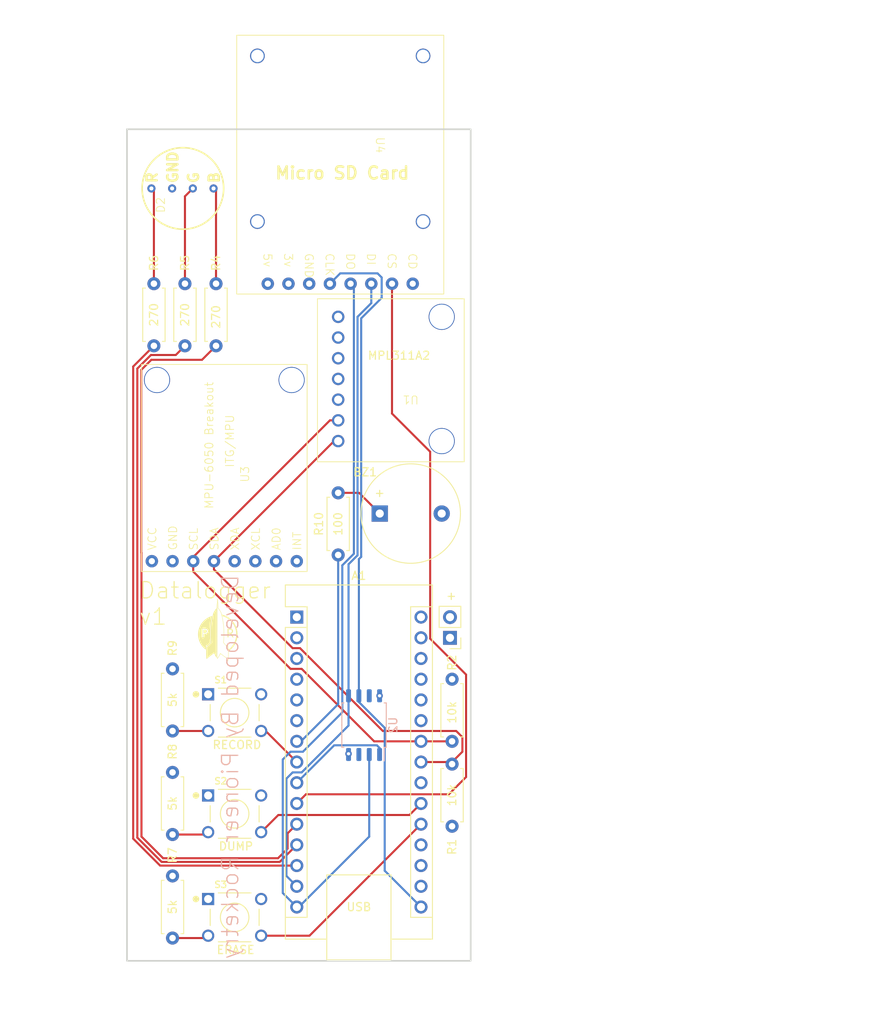
<source format=kicad_pcb>
(kicad_pcb (version 20221018) (generator pcbnew)
  (layers (0 "F.Cu" signal) (1 "In1.Cu" signal) (2 "In2.Cu" signal) (31 "B.Cu" signal) (34 "B.Paste" user) (35 "F.Paste" user) (36 "B.SilkS" user "B.Silkscreen") (37 "F.SilkS" user "F.Silkscreen") (38 "B.Mask" user) (39 "F.Mask" user) (44 "Edge.Cuts" user))
  (net 0 "")
  (net 4 "GND")
  (net 7 "Net-(A1-D4)")
  (net 8 "RECORD_BTN")
  (net 9 "FLASH_CS")
  (net 10 "SD_CS")
  (net 11 "RGB-B")
  (net 12 "RGB-G")
  (net 13 "RGB-R")
  (net 14 "DI")
  (net 15 "DO")
  (net 16 "CLK")
  (net 17 "+3V3")
  (net 20 "ERASE_BTN")
  (net 21 "DUMP_BTN")
  (net 23 "SDA")
  (net 24 "SCL")
  (net 27 "+5V")
  (net 29 "Net-(A1-VIN)")
  (net 30 "Net-(BZ1--)")
  (net 31 "Net-(D2-BA)")
  (net 32 "Net-(D2-GA)")
  (net 33 "Net-(D2-RA)")
  (net 34 "Net-(R7-Pad2)")
  (net 35 "Net-(R8-Pad2)")
  (net 36 "Net-(R9-Pad2)")
  (footprint "Resistor_THT:R_Axial_DIN0207_L6.3mm_D2.5mm_P7.62mm_Horizontal" (layer "F.Cu") (at 82.804 61.976 90)
    (fp_text reference "R4" (at 10.16 0 90) (layer "F.SilkS"))
    (fp_text value "270" (at 3.556 0 90) (layer "F.SilkS"))
    (pad "1" thru_hole circle (at 0 0 90) (size 1.6 1.6) (drill 0.8) (layers "*.Cu" "*.Mask") (net 11 "RGB-B"))
    (pad "2" thru_hole oval (at 7.62 0 90) (size 1.6 1.6) (drill 0.8) (layers "*.Cu" "*.Mask") (net 31 "Net-(D2-BA)"))
  )
  (footprint "Resistor_THT:R_Axial_DIN0207_L6.3mm_D2.5mm_P7.62mm_Horizontal" (layer "F.Cu") (at 78.994 61.976 90)
    (fp_text reference "R5" (at 10.16 0 90) (layer "F.SilkS"))
    (fp_text value "270" (at 3.81 0 90) (layer "F.SilkS"))
    (pad "1" thru_hole circle (at 0 0 90) (size 1.6 1.6) (drill 0.8) (layers "*.Cu" "*.Mask") (net 12 "RGB-G"))
    (pad "2" thru_hole oval (at 7.62 0 90) (size 1.6 1.6) (drill 0.8) (layers "*.Cu" "*.Mask") (net 32 "Net-(D2-GA)"))
  )
  (footprint "Push Button:SW_FSM8JH" (layer "F.Cu") (at 85.09 132.08)
    (fp_text reference "S3" (at -1.71258 -4.01401) (layer "F.SilkS") (effects (font (size 0.801197 0.801197))))
    (fp_text value "FSM8JH")
    (pad "1" thru_hole rect (at -3.25 -2.25) (size 1.498 1.498) (drill 0.99) (layers "*.Cu" "*.Mask") (net 27 "+5V"))
    (pad "2" thru_hole circle (at -3.25 2.25) (size 1.498 1.498) (drill 0.99) (layers "*.Cu" "*.Mask") (net 34 "Net-(R7-Pad2)"))
    (pad "3" thru_hole circle (at 3.25 -2.25) (size 1.498 1.498) (drill 0.99) (layers "*.Cu" "*.Mask"))
    (pad "4" thru_hole circle (at 3.25 2.25) (size 1.498 1.498) (drill 0.99) (layers "*.Cu" "*.Mask") (net 20 "ERASE_BTN"))
  )
  (footprint "Resistor_THT:R_Axial_DIN0207_L6.3mm_D2.5mm_P7.62mm_Horizontal" (layer "F.Cu") (at 77.47 101.6 -90)
    (fp_text reference "R9" (at -2.54 0 90) (layer "F.SilkS"))
    (fp_text value "5k" (at 3.81 0 90) (layer "F.SilkS"))
    (pad "1" thru_hole circle (at 0 0 270) (size 1.6 1.6) (drill 0.8) (layers "*.Cu" "*.Mask") (net 4 "GND"))
    (pad "2" thru_hole oval (at 7.62 0 270) (size 1.6 1.6) (drill 0.8) (layers "*.Cu" "*.Mask") (net 36 "Net-(R9-Pad2)"))
  )
  (footprint "Breakout Boards:RGB_LED" (layer "F.Cu") (at 74.8792 42.672 90)
    (fp_text reference "D2" (at -2.032 1.143 90 unlocked) (layer "F.SilkS") (effects (font (thickness 0.1))))
    (fp_text value "LED_RKGB")
    (fp_text user "B" (at 0.508 8.4328 90 unlocked) (layer "F.SilkS") (effects (font (size 1.25 1.25) (thickness 0.3) bold) (justify left bottom)))
    (fp_text user "R" (at 0.508 0.8128 90 unlocked) (layer "F.SilkS") (effects (font (size 1.25 1.25) (thickness 0.3) bold) (justify left bottom)))
    (fp_text user "GND" (at 0.508 3.3528 90 unlocked) (layer "F.SilkS") (effects (font (size 1.25 1.25) (thickness 0.3) bold) (justify left bottom)))
    (fp_text user "G" (at 0.508 5.8928 90 unlocked) (layer "F.SilkS") (effects (font (size 1.25 1.25) (thickness 0.3) bold) (justify left bottom)))
    (pad "1" thru_hole circle (at 0 0 90) (size 1 1) (drill 0.5) (layers "*.Cu" "*.Mask") (net 33 "Net-(D2-RA)"))
    (pad "2" thru_hole circle (at 0 2.54 90) (size 1 1) (drill 0.5) (layers "*.Cu" "*.Mask") (net 4 "GND"))
    (pad "3" thru_hole circle (at 0 5.08 90) (size 1 1) (drill 0.5) (layers "*.Cu" "*.Mask") (net 32 "Net-(D2-GA)"))
    (pad "4" thru_hole circle (at 0 7.62 90) (size 1 1) (drill 0.5) (layers "*.Cu" "*.Mask") (net 31 "Net-(D2-BA)"))
  )
  (footprint "Breakout Boards:Logo" (layer "F.Cu") (at 82.931 96.647)
    (fp_text reference "G***" hide)
    (fp_text value "LOGO" hide)
  )
  (footprint "Breakout Boards:MPL3115A2" (layer "F.Cu") (at 95.25 76.2 180)
    (fp_text reference "U1" (at -11.43 7.62 180 unlocked) (layer "F.SilkS") (effects (font (thickness 0.1))))
    (fp_text value "~")
    (pad "1" thru_hole circle (at -2.54 2.54 180) (size 1.524 1.524) (drill 1) (layers "*.Cu" "*.Mask") (net 23 "SDA"))
    (pad "2" thru_hole circle (at -2.54 5.08 180) (size 1.524 1.524) (drill 1) (layers "*.Cu" "*.Mask") (net 24 "SCL"))
    (pad "3" thru_hole circle (at -2.54 7.62 180) (size 1.524 1.524) (drill 1) (layers "*.Cu" "*.Mask"))
    (pad "4" thru_hole circle (at -2.54 10.16 180) (size 1.524 1.524) (drill 1) (layers "*.Cu" "*.Mask"))
    (pad "5" thru_hole circle (at -2.54 12.7 180) (size 1.524 1.524) (drill 1) (layers "*.Cu" "*.Mask"))
    (pad "6" thru_hole circle (at -2.54 15.24 180) (size 1.524 1.524) (drill 1) (layers "*.Cu" "*.Mask") (net 4 "GND"))
    (pad "7" thru_hole circle (at -2.54 17.78 180) (size 1.524 1.524) (drill 1) (layers "*.Cu" "*.Mask") (net 27 "+5V"))
    (pad "8" thru_hole circle (at -15.24 2.54 180) (size 3.2 3.2) (drill 3) (layers "*.Cu" "*.Mask"))
    (pad "9" thru_hole circle (at -15.24 17.78 180) (size 3.2 3.2) (drill 3) (layers "*.Cu" "*.Mask"))
  )
  (footprint "Connector_PinHeader_2.54mm:PinHeader_1x02_P2.54mm_Vertical" (layer "F.Cu") (at 111.506 97.795 180)
    (fp_text reference "J1" hide)
    (fp_text value "Conn_01x02_Pin")
    (pad "1" thru_hole rect (at 0 0 180) (size 1.7 1.7) (drill 1) (layers "*.Cu" "*.Mask") (net 4 "GND"))
    (pad "2" thru_hole oval (at 0 2.54 180) (size 1.7 1.7) (drill 1) (layers "*.Cu" "*.Mask") (net 29 "Net-(A1-VIN)"))
  )
  (footprint "Resistor_THT:R_Axial_DIN0207_L6.3mm_D2.5mm_P7.62mm_Horizontal" (layer "F.Cu") (at 111.76 102.87 -90)
    (fp_text reference "R2" (at -2.032 0 90) (layer "F.SilkS"))
    (fp_text value "10k" (at 4.064 0 90) (layer "F.SilkS"))
    (pad "1" thru_hole circle (at 0 0 270) (size 1.6 1.6) (drill 0.8) (layers "*.Cu" "*.Mask") (net 27 "+5V"))
    (pad "2" thru_hole oval (at 7.62 0 270) (size 1.6 1.6) (drill 0.8) (layers "*.Cu" "*.Mask") (net 24 "SCL"))
  )
  (footprint "Breakout Boards:Adafruit Micro-SD Breakout Board+" (layer "F.Cu") (at 106.934 54.356 -90)
    (fp_text reference "U4" (at -17 4 -90 unlocked) (layer "F.SilkS") (effects (font (thickness 0.1))))
    (fp_text value "~")
    (fp_text user "5v" (at -3.81 18.39 -90 unlocked) (layer "F.SilkS") (effects (font (thickness 0.1)) (justify left bottom)))
    (fp_text user "CLK" (at -3.81 10.77 -90 unlocked) (layer "F.SilkS") (effects (font (thickness 0.1)) (justify left bottom)))
    (fp_text user "DI" (at -3.81 5.69 -90 unlocked) (layer "F.SilkS") (effects (font (thickness 0.1)) (justify left bottom)))
    (fp_text user "3v" (at -3.81 15.85 -90 unlocked) (layer "F.SilkS") (effects (font (thickness 0.1)) (justify left bottom)))
    (fp_text user "DO" (at -3.81 8.23 -90 unlocked) (layer "F.SilkS") (effects (font (thickness 0.1)) (justify left bottom)))
    (fp_text user "CS" (at -3.81 3.15 -90 unlocked) (layer "F.SilkS") (effects (font (thickness 0.1)) (justify left bottom)))
    (fp_text user "CD" (at -3.81 0.61 -90 unlocked) (layer "F.SilkS") (effects (font (thickness 0.1)) (justify left bottom)))
    (fp_text user "GND" (at -3.81 13.31 -90 unlocked) (layer "F.SilkS") (effects (font (thickness 0.1)) (justify left bottom)))
    (pad "1" thru_hole circle (at 0 0 270) (size 1.524 1.524) (drill 0.762) (layers "*.Cu" "*.Mask"))
    (pad "2" thru_hole circle (at 0 2.54 270) (size 1.524 1.524) (drill 0.762) (layers "*.Cu" "*.Mask") (net 10 "SD_CS"))
    (pad "3" thru_hole circle (at 0 5.08 270) (size 1.524 1.524) (drill 0.762) (layers "*.Cu" "*.Mask") (net 14 "DI"))
    (pad "4" thru_hole circle (at 0 7.62 270) (size 1.524 1.524) (drill 0.762) (layers "*.Cu" "*.Mask") (net 15 "DO"))
    (pad "5" thru_hole circle (at 0 10.16 270) (size 1.524 1.524) (drill 0.762) (layers "*.Cu" "*.Mask") (net 16 "CLK"))
    (pad "6" thru_hole circle (at 0 12.7 270) (size 1.524 1.524) (drill 0.762) (layers "*.Cu" "*.Mask") (net 4 "GND"))
    (pad "7" thru_hole circle (at 0 15.24 270) (size 1.524 1.524) (drill 0.762) (layers "*.Cu" "*.Mask") (net 17 "+3V3"))
    (pad "8" thru_hole circle (at 0 17.78 270) (size 1.524 1.524) (drill 0.762) (layers "*.Cu" "*.Mask"))
    (pad "9" thru_hole circle (at -27.94 -1.27 270) (size 1.8 1.8) (drill 1.524) (layers "*.Cu" "*.Mask"))
    (pad "9" thru_hole circle (at -27.94 19.05 270) (size 1.8 1.8) (drill 1.524) (layers "*.Cu" "*.Mask"))
    (pad "9" thru_hole circle (at -7.62 -1.27 270) (size 1.8 1.8) (drill 1.524) (layers "*.Cu" "*.Mask"))
    (pad "9" thru_hole circle (at -7.62 19.05 270) (size 1.8 1.8) (drill 1.524) (layers "*.Cu" "*.Mask"))
  )
  (footprint "Module:Arduino_Nano" (layer "F.Cu") (at 92.71 95.25)
    (fp_text reference "A1" (at 7.62 -5.08) (layer "F.SilkS"))
    (fp_text value "Arduino_Nano_v3.x")
    (fp_text user "USB" (at 7.62 35.56 unlocked) (layer "F.SilkS"))
    (pad "1" thru_hole rect (at 0 0) (size 1.6 1.6) (drill 1) (layers "*.Cu" "*.Mask"))
    (pad "2" thru_hole oval (at 0 2.54) (size 1.6 1.6) (drill 1) (layers "*.Cu" "*.Mask"))
    (pad "3" thru_hole oval (at 0 5.08) (size 1.6 1.6) (drill 1) (layers "*.Cu" "*.Mask"))
    (pad "4" thru_hole oval (at 0 7.62) (size 1.6 1.6) (drill 1) (layers "*.Cu" "*.Mask") (net 4 "GND"))
    (pad "5" thru_hole oval (at 0 10.16) (size 1.6 1.6) (drill 1) (layers "*.Cu" "*.Mask"))
    (pad "6" thru_hole oval (at 0 12.7) (size 1.6 1.6) (drill 1) (layers "*.Cu" "*.Mask"))
    (pad "7" thru_hole oval (at 0 15.24) (size 1.6 1.6) (drill 1) (layers "*.Cu" "*.Mask") (net 7 "Net-(A1-D4)"))
    (pad "8" thru_hole oval (at 0 17.78) (size 1.6 1.6) (drill 1) (layers "*.Cu" "*.Mask") (net 8 "RECORD_BTN"))
    (pad "9" thru_hole oval (at 0 20.32) (size 1.6 1.6) (drill 1) (layers "*.Cu" "*.Mask") (net 9 "FLASH_CS"))
    (pad "10" thru_hole oval (at 0 22.86) (size 1.6 1.6) (drill 1) (layers "*.Cu" "*.Mask") (net 10 "SD_CS"))
    (pad "11" thru_hole oval (at 0 25.4) (size 1.6 1.6) (drill 1) (layers "*.Cu" "*.Mask") (net 11 "RGB-B"))
    (pad "12" thru_hole oval (at 0 27.94) (size 1.6 1.6) (drill 1) (layers "*.Cu" "*.Mask") (net 12 "RGB-G"))
    (pad "13" thru_hole oval (at 0 30.48) (size 1.6 1.6) (drill 1) (layers "*.Cu" "*.Mask") (net 13 "RGB-R"))
    (pad "14" thru_hole oval (at 0 33.02) (size 1.6 1.6) (drill 1) (layers "*.Cu" "*.Mask") (net 14 "DI"))
    (pad "15" thru_hole oval (at 0 35.56) (size 1.6 1.6) (drill 1) (layers "*.Cu" "*.Mask") (net 15 "DO"))
    (pad "16" thru_hole oval (at 15.24 35.56) (size 1.6 1.6) (drill 1) (layers "*.Cu" "*.Mask") (net 16 "CLK"))
    (pad "17" thru_hole oval (at 15.24 33.02) (size 1.6 1.6) (drill 1) (layers "*.Cu" "*.Mask") (net 17 "+3V3"))
    (pad "18" thru_hole oval (at 15.24 30.48) (size 1.6 1.6) (drill 1) (layers "*.Cu" "*.Mask"))
    (pad "19" thru_hole oval (at 15.24 27.94) (size 1.6 1.6) (drill 1) (layers "*.Cu" "*.Mask"))
    (pad "20" thru_hole oval (at 15.24 25.4) (size 1.6 1.6) (drill 1) (layers "*.Cu" "*.Mask") (net 20 "ERASE_BTN"))
    (pad "21" thru_hole oval (at 15.24 22.86) (size 1.6 1.6) (drill 1) (layers "*.Cu" "*.Mask") (net 21 "DUMP_BTN"))
    (pad "22" thru_hole oval (at 15.24 20.32) (size 1.6 1.6) (drill 1) (layers "*.Cu" "*.Mask"))
    (pad "23" thru_hole oval (at 15.24 17.78) (size 1.6 1.6) (drill 1) (layers "*.Cu" "*.Mask") (net 23 "SDA"))
    (pad "24" thru_hole oval (at 15.24 15.24) (size 1.6 1.6) (drill 1) (layers "*.Cu" "*.Mask") (net 24 "SCL"))
    (pad "25" thru_hole oval (at 15.24 12.7) (size 1.6 1.6) (drill 1) (layers "*.Cu" "*.Mask"))
    (pad "26" thru_hole oval (at 15.24 10.16) (size 1.6 1.6) (drill 1) (layers "*.Cu" "*.Mask"))
    (pad "27" thru_hole oval (at 15.24 7.62) (size 1.6 1.6) (drill 1) (layers "*.Cu" "*.Mask") (net 27 "+5V"))
    (pad "28" thru_hole oval (at 15.24 5.08) (size 1.6 1.6) (drill 1) (layers "*.Cu" "*.Mask"))
    (pad "29" thru_hole oval (at 15.24 2.54) (size 1.6 1.6) (drill 1) (layers "*.Cu" "*.Mask") (net 4 "GND"))
    (pad "30" thru_hole oval (at 15.24 0) (size 1.6 1.6) (drill 1) (layers "*.Cu" "*.Mask") (net 29 "Net-(A1-VIN)"))
  )
  (footprint "Resistor_THT:R_Axial_DIN0207_L6.3mm_D2.5mm_P7.62mm_Horizontal" (layer "F.Cu") (at 77.47 114.3 -90)
    (fp_text reference "R8" (at -2.54 0 90) (layer "F.SilkS"))
    (fp_text value "5k" (at 3.81 0 90) (layer "F.SilkS"))
    (pad "1" thru_hole circle (at 0 0 270) (size 1.6 1.6) (drill 0.8) (layers "*.Cu" "*.Mask") (net 4 "GND"))
    (pad "2" thru_hole oval (at 7.62 0 270) (size 1.6 1.6) (drill 0.8) (layers "*.Cu" "*.Mask") (net 35 "Net-(R8-Pad2)"))
  )
  (footprint "Datalogging Breakout:MPU-6050 Breakout" (layer "F.Cu") (at 67.31 78.232 90)
    (fp_text reference "U3" (at 0.508 19.05 90 unlocked) (layer "F.SilkS") (effects (font (thickness 0.1))))
    (fp_text value "~")
    (fp_text user "VCC" (at -8.89 8.255 90 unlocked) (layer "F.SilkS") (effects (font (thickness 0.1)) (justify left bottom)))
    (fp_text user "SCL" (at -8.89 13.335 90 unlocked) (layer "F.SilkS") (effects (font (thickness 0.1)) (justify left bottom)))
    (fp_text user "XCL" (at -8.89 20.955 90 unlocked) (layer "F.SilkS") (effects (font (thickness 0.1)) (justify left bottom)))
    (fp_text user "AD0" (at -8.89 23.495 90 unlocked) (layer "F.SilkS") (effects (font (thickness 0.1)) (justify left bottom)))
    (fp_text user "MPU-6050 Breakout" (at -3.81 15.24 90 unlocked) (layer "F.SilkS") (effects (font (thickness 0.1)) (justify left bottom)))
    (fp_text user "INT" (at -8.89 26.035 90 unlocked) (layer "F.SilkS") (effects (font (thickness 0.1)) (justify left bottom)))
    (fp_text user "GND" (at -8.89 10.795 90 unlocked) (layer "F.SilkS") (effects (font (thickness 0.1)) (justify left bottom)))
    (fp_text user "SDA" (at -8.89 15.875 90 unlocked) (layer "F.SilkS") (effects (font (thickness 0.1)) (justify left bottom)))
    (fp_text user "XDA" (at -8.89 18.415 90 unlocked) (layer "F.SilkS") (effects (font (thickness 0.1)) (justify left bottom)))
    (fp_text user "ITG/MPU" (at 1.27 17.78 90 unlocked) (layer "F.SilkS") (effects (font (thickness 0.1)) (justify left bottom)))
    (pad "1" thru_hole circle (at -10.16 7.62 90) (size 1.524 1.524) (drill 0.762) (layers "*.Cu" "*.Mask") (net 27 "+5V"))
    (pad "2" thru_hole circle (at -10.16 10.16 90) (size 1.524 1.524) (drill 0.762) (layers "*.Cu" "*.Mask") (net 4 "GND"))
    (pad "3" thru_hole circle (at -10.16 12.7 90) (size 1.524 1.524) (drill 0.762) (layers "*.Cu" "*.Mask") (net 24 "SCL"))
    (pad "4" thru_hole circle (at -10.16 15.24 90) (size 1.524 1.524) (drill 0.762) (layers "*.Cu" "*.Mask") (net 23 "SDA"))
    (pad "5" thru_hole circle (at -10.16 17.78 90) (size 1.524 1.524) (drill 0.762) (layers "*.Cu" "*.Mask"))
    (pad "6" thru_hole circle (at -10.16 20.32 90) (size 1.524 1.524) (drill 0.762) (layers "*.Cu" "*.Mask"))
    (pad "7" thru_hole circle (at -10.16 22.86 90) (size 1.524 1.524) (drill 0.762) (layers "*.Cu" "*.Mask"))
    (pad "8" thru_hole circle (at -10.16 25.4 90) (size 1.524 1.524) (drill 0.762) (layers "*.Cu" "*.Mask"))
    (pad "9" thru_hole circle (at 12.065 8.255 90) (size 3.2 3.2) (drill 3) (layers "*.Cu" "*.Mask"))
    (pad "10" thru_hole circle (at 12.065 24.765 90) (size 3.2 3.2) (drill 3) (layers "*.Cu" "*.Mask"))
  )
  (footprint "Resistor_THT:R_Axial_DIN0207_L6.3mm_D2.5mm_P7.62mm_Horizontal" (layer "F.Cu") (at 97.79 87.63 90)
    (fp_text reference "R10" (at 3.81 -2.37 90) (layer "F.SilkS"))
    (fp_text value "100" (at 3.81 0 90) (layer "F.SilkS"))
    (pad "1" thru_hole circle (at 0 0 90) (size 1.6 1.6) (drill 0.8) (layers "*.Cu" "*.Mask") (net 7 "Net-(A1-D4)"))
    (pad "2" thru_hole oval (at 7.62 0 90) (size 1.6 1.6) (drill 0.8) (layers "*.Cu" "*.Mask") (net 30 "Net-(BZ1--)"))
  )
  (footprint "Resistor_THT:R_Axial_DIN0207_L6.3mm_D2.5mm_P7.62mm_Horizontal" (layer "F.Cu") (at 77.47 127 -90)
    (fp_text reference "R7" (at -2.54 0 90) (layer "F.SilkS"))
    (fp_text value "5k" (at 3.81 0 90) (layer "F.SilkS"))
    (pad "1" thru_hole circle (at 0 0 270) (size 1.6 1.6) (drill 0.8) (layers "*.Cu" "*.Mask") (net 4 "GND"))
    (pad "2" thru_hole oval (at 7.62 0 270) (size 1.6 1.6) (drill 0.8) (layers "*.Cu" "*.Mask") (net 34 "Net-(R7-Pad2)"))
  )
  (footprint "Buzzer_Beeper:Buzzer_12x9.5RM7.6" (layer "F.Cu") (at 102.89 82.55)
    (fp_text reference "BZ1" (at -1.798 -5.08) (layer "F.SilkS"))
    (fp_text value "Buzzer")
    (fp_text user "+" (at -0.01 -2.54) (layer "F.SilkS"))
    (pad "1" thru_hole rect (at 0 0) (size 2 2) (drill 1) (layers "*.Cu" "*.Mask") (net 30 "Net-(BZ1--)"))
    (pad "2" thru_hole circle (at 7.6 0) (size 2 2) (drill 1) (layers "*.Cu" "*.Mask") (net 4 "GND"))
  )
  (footprint "Resistor_THT:R_Axial_DIN0207_L6.3mm_D2.5mm_P7.62mm_Horizontal" (layer "F.Cu") (at 111.76 120.904 90)
    (fp_text reference "R1" (at -2.54 0 90) (layer "F.SilkS"))
    (fp_text value "10k" (at 3.81 0 90) (layer "F.SilkS"))
    (pad "1" thru_hole circle (at 0 0 90) (size 1.6 1.6) (drill 0.8) (layers "*.Cu" "*.Mask") (net 27 "+5V"))
    (pad "2" thru_hole oval (at 7.62 0 90) (size 1.6 1.6) (drill 0.8) (layers "*.Cu" "*.Mask") (net 23 "SDA"))
  )
  (footprint "Push Button:SW_FSM8JH" (layer "F.Cu") (at 85.09 119.38)
    (fp_text reference "S2" (at -1.71258 -4.01401) (layer "F.SilkS") (effects (font (size 0.801197 0.801197))))
    (fp_text value "FSM8JH")
    (pad "1" thru_hole rect (at -3.25 -2.25) (size 1.498 1.498) (drill 0.99) (layers "*.Cu" "*.Mask") (net 27 "+5V"))
    (pad "2" thru_hole circle (at -3.25 2.25) (size 1.498 1.498) (drill 0.99) (layers "*.Cu" "*.Mask") (net 35 "Net-(R8-Pad2)"))
    (pad "3" thru_hole circle (at 3.25 -2.25) (size 1.498 1.498) (drill 0.99) (layers "*.Cu" "*.Mask"))
    (pad "4" thru_hole circle (at 3.25 2.25) (size 1.498 1.498) (drill 0.99) (layers "*.Cu" "*.Mask") (net 21 "DUMP_BTN"))
  )
  (footprint "Resistor_THT:R_Axial_DIN0207_L6.3mm_D2.5mm_P7.62mm_Horizontal" (layer "F.Cu") (at 75.184 61.976 90)
    (fp_text reference "R6" (at 10.16 0 90) (layer "F.SilkS"))
    (fp_text value "270" (at 3.81 0 90) (layer "F.SilkS"))
    (pad "1" thru_hole circle (at 0 0 90) (size 1.6 1.6) (drill 0.8) (layers "*.Cu" "*.Mask") (net 13 "RGB-R"))
    (pad "2" thru_hole oval (at 7.62 0 90) (size 1.6 1.6) (drill 0.8) (layers "*.Cu" "*.Mask") (net 33 "Net-(D2-RA)"))
  )
  (footprint "Push Button:SW_FSM8JH" (layer "F.Cu") (at 85.09 106.97)
    (fp_text reference "S1" (at -1.71258 -4.01401) (layer "F.SilkS") (effects (font (size 0.801197 0.801197))))
    (fp_text value "FSM8JH")
    (pad "1" thru_hole rect (at -3.25 -2.25) (size 1.498 1.498) (drill 0.99) (layers "*.Cu" "*.Mask") (net 27 "+5V"))
    (pad "2" thru_hole circle (at -3.25 2.25) (size 1.498 1.498) (drill 0.99) (layers "*.Cu" "*.Mask") (net 36 "Net-(R9-Pad2)"))
    (pad "3" thru_hole circle (at 3.25 -2.25) (size 1.498 1.498) (drill 0.99) (layers "*.Cu" "*.Mask"))
    (pad "4" thru_hole circle (at 3.25 2.25) (size 1.498 1.498) (drill 0.99) (layers "*.Cu" "*.Mask") (net 8 "RECORD_BTN"))
  )
  (footprint "Package_SO:SOIC-8_5.23x5.23mm_P1.27mm" (layer "B.Cu") (at 100.965 108.502 90)
    (fp_text reference "U2" (at 0 3.56 90) (layer "B.SilkS") (effects (justify mirror)))
    (fp_text value "W25Q128JVS")
    (pad "1" smd roundrect (at -3.6 1.905 90) (size 1.6 0.6) (layers "B.Cu" "B.Paste" "B.Mask") (net 9 "FLASH_CS"))
    (pad "2" smd roundrect (at -3.6 0.635 90) (size 1.6 0.6) (layers "B.Cu" "B.Paste" "B.Mask") (net 15 "DO"))
    (pad "3" smd roundrect (at -3.6 -0.635 90) (size 1.6 0.6) (layers "B.Cu" "B.Paste" "B.Mask"))
    (pad "4" smd roundrect (at -3.6 -1.905 90) (size 1.6 0.6) (layers "B.Cu" "B.Paste" "B.Mask") (net 4 "GND"))
    (pad "5" smd roundrect (at 3.6 -1.905 90) (size 1.6 0.6) (layers "B.Cu" "B.Paste" "B.Mask") (net 14 "DI"))
    (pad "6" smd roundrect (at 3.6 -0.635 90) (size 1.6 0.6) (layers "B.Cu" "B.Paste" "B.Mask") (net 16 "CLK"))
    (pad "7" smd roundrect (at 3.6 0.635 90) (size 1.6 0.6) (layers "B.Cu" "B.Paste" "B.Mask"))
    (pad "8" smd roundrect (at 3.6 1.905 90) (size 1.6 0.6) (layers "B.Cu" "B.Paste" "B.Mask") (net 17 "+3V3"))
  )
  (gr_rect (start 71.882 35.414) (end 114.046 137.414) (stroke (width 0.2)) (fill none) (layer "Edge.Cuts"))
  (gr_text "Developed By Pioneer Rocketry" (at 85.725 89.916 90) (layer "B.SilkS") (effects (font (size 2 2)) (justify left bottom mirror)))
  (gr_text "DUMP" (at 83.058 123.952) (layer "F.SilkS") (effects (font (size 1 1)) (justify left bottom)))
  (gr_text "Micro SD Card" (at 89.916 41.656) (layer "F.SilkS") (effects (font (size 1.5 1.5) (thickness 0.3) bold) (justify left bottom)))
  (gr_text "Datalogger\nv1" (at 73.279 96.3676) (layer "F.SilkS") (effects (font (size 2 2)) (justify left bottom)))
  (gr_text "RECORD" (at 82.296 111.506) (layer "F.SilkS") (effects (font (size 1 1)) (justify left bottom)))
  (gr_text "ERASE" (at 82.804 136.652) (layer "F.SilkS") (effects (font (size 1 1)) (justify left bottom)))
  (gr_text "+" (at 110.9472 93.218) (layer "F.SilkS") (effects (font (size 1 1)) (justify left bottom)))
  (gr_text "MPL311A2" (at 101.346 63.754) (layer "F.SilkS") (effects (font (size 1 1)) (justify left bottom)))
  (via (at 99.06 112.014) (size 0.8) (drill 0.4) (layers "F.Cu" "B.Cu") (net 4))
  (segment (start 93.218 110.49) (end 97.79 105.918) (width 0.25) (layer "B.Cu") (net 7))
  (segment (start 92.71 110.49) (end 93.218 110.49) (width 0.25) (layer "B.Cu") (net 7))
  (segment (start 97.79 105.918) (end 97.79 87.63) (width 0.25) (layer "B.Cu") (net 7))
  (segment (start 88.9 109.22) (end 88.34 109.22) (width 0.25) (layer "F.Cu") (net 8))
  (segment (start 92.71 113.03) (end 88.9 109.22) (width 0.25) (layer "F.Cu") (net 8))
  (segment (start 92.71 115.57) (end 97.303 110.977) (width 0.25) (layer "B.Cu") (net 9))
  (segment (start 102.545 110.977) (end 102.87 111.302) (width 0.25) (layer "B.Cu") (net 9))
  (segment (start 97.303 110.977) (end 102.545 110.977) (width 0.25) (layer "B.Cu") (net 9))
  (segment (start 102.87 111.302) (end 102.87 112.102) (width 0.25) (layer "B.Cu") (net 9))
  (segment (start 93.835 116.985) (end 111.361 116.985) (width 0.25) (layer "F.Cu") (net 10))
  (segment (start 113.48 102.304) (end 109.075 97.899) (width 0.25) (layer "F.Cu") (net 10))
  (segment (start 109.075 97.899) (end 109.075 74.967362) (width 0.25) (layer "F.Cu") (net 10))
  (segment (start 109.075 74.967362) (end 104.394 70.286362) (width 0.25) (layer "F.Cu") (net 10))
  (segment (start 92.71 118.11) (end 93.835 116.985) (width 0.25) (layer "F.Cu") (net 10))
  (segment (start 113.48 114.866) (end 113.48 102.304) (width 0.25) (layer "F.Cu") (net 10))
  (segment (start 111.361 116.985) (end 113.48 114.866) (width 0.25) (layer "F.Cu") (net 10))
  (segment (start 104.394 70.286362) (end 104.394 54.356) (width 0.25) (layer "F.Cu") (net 10))
  (segment (start 73.66 87.376) (end 73.64 87.356) (width 0.25) (layer "F.Cu") (net 11))
  (segment (start 92.71 120.65) (end 91.585 121.775) (width 0.25) (layer "F.Cu") (net 11))
  (segment (start 73.64 87.356) (end 73.64 64.918396) (width 0.25) (layer "F.Cu") (net 11))
  (segment (start 76.318792 124.83) (end 73.66 122.171208) (width 0.25) (layer "F.Cu") (net 11))
  (segment (start 73.64 64.918396) (end 74.867198 63.691198) (width 0.25) (layer "F.Cu") (net 11))
  (segment (start 90.403878 124.83) (end 76.318792 124.83) (width 0.25) (layer "F.Cu") (net 11))
  (segment (start 81.088802 63.691198) (end 82.804 61.976) (width 0.25) (layer "F.Cu") (net 11))
  (segment (start 91.585 121.775) (end 91.585 123.648878) (width 0.25) (layer "F.Cu") (net 11))
  (segment (start 74.867198 63.691198) (end 81.088802 63.691198) (width 0.25) (layer "F.Cu") (net 11))
  (segment (start 73.66 122.171208) (end 73.66 87.376) (width 0.25) (layer "F.Cu") (net 11))
  (segment (start 91.585 123.648878) (end 90.403878 124.83) (width 0.25) (layer "F.Cu") (net 11))
  (segment (start 76.132396 125.28) (end 73.152 122.299604) (width 0.25) (layer "F.Cu") (net 12))
  (segment (start 73.152 122.299604) (end 73.152 64.77) (width 0.25) (layer "F.Cu") (net 12))
  (segment (start 74.821 63.101) (end 77.869 63.101) (width 0.25) (layer "F.Cu") (net 12))
  (segment (start 92.71 123.19) (end 90.62 125.28) (width 0.25) (layer "F.Cu") (net 12))
  (segment (start 77.869 63.101) (end 78.994 61.976) (width 0.25) (layer "F.Cu") (net 12))
  (segment (start 90.62 125.28) (end 76.132396 125.28) (width 0.25) (layer "F.Cu") (net 12))
  (segment (start 73.152 64.77) (end 74.821 63.101) (width 0.25) (layer "F.Cu") (net 12))
  (segment (start 72.644 122.428) (end 72.644 64.516) (width 0.25) (layer "F.Cu") (net 13))
  (segment (start 75.946 125.73) (end 72.644 122.428) (width 0.25) (layer "F.Cu") (net 13))
  (segment (start 72.644 64.516) (end 75.184 61.976) (width 0.25) (layer "F.Cu") (net 13))
  (segment (start 92.71 125.73) (end 75.946 125.73) (width 0.25) (layer "F.Cu") (net 13))
  (segment (start 100.165 58.42) (end 101.854 56.731) (width 0.25) (layer "B.Cu") (net 14))
  (segment (start 91.44 127) (end 92.71 128.27) (width 0.25) (layer "B.Cu") (net 14))
  (segment (start 93.313878 114.3) (end 92.202 114.3) (width 0.25) (layer "B.Cu") (net 14))
  (segment (start 91.44 115.062) (end 91.44 127) (width 0.25) (layer "B.Cu") (net 14))
  (segment (start 92.202 114.3) (end 91.44 115.062) (width 0.25) (layer "B.Cu") (net 14))
  (segment (start 99.06 104.902) (end 99.06 108.553878) (width 0.25) (layer "B.Cu") (net 14))
  (segment (start 101.854 56.731) (end 101.854 54.356) (width 0.25) (layer "B.Cu") (net 14))
  (segment (start 99.06 88.774396) (end 100.165 87.669396) (width 0.25) (layer "B.Cu") (net 14))
  (segment (start 99.06 104.902) (end 99.06 88.774396) (width 0.25) (layer "B.Cu") (net 14))
  (segment (start 100.165 87.669396) (end 100.165 58.42) (width 0.25) (layer "B.Cu") (net 14))
  (segment (start 99.06 108.553878) (end 93.313878 114.3) (width 0.25) (layer "B.Cu") (net 14))
  (segment (start 92.71 130.81) (end 90.99 129.09) (width 0.25) (layer "B.Cu") (net 15))
  (segment (start 101.6 112.102) (end 101.6 122.174) (width 0.25) (layer "B.Cu") (net 15))
  (segment (start 93.472 111.76) (end 98.298 106.934) (width 0.25) (layer "B.Cu") (net 15))
  (segment (start 99.715 54.757) (end 99.314 54.356) (width 0.25) (layer "B.Cu") (net 15))
  (segment (start 101.6 122.174) (end 92.964 130.81) (width 0.25) (layer "B.Cu") (net 15))
  (segment (start 91.948 111.76) (end 93.472 111.76) (width 0.25) (layer "B.Cu") (net 15))
  (segment (start 98.298 88.9) (end 99.715 87.483) (width 0.25) (layer "B.Cu") (net 15))
  (segment (start 98.298 106.934) (end 98.298 88.9) (width 0.25) (layer "B.Cu") (net 15))
  (segment (start 90.99 129.09) (end 90.99 112.718) (width 0.25) (layer "B.Cu") (net 15))
  (segment (start 92.964 130.81) (end 92.71 130.81) (width 0.25) (layer "B.Cu") (net 15))
  (segment (start 99.715 87.483) (end 99.715 54.757) (width 0.25) (layer "B.Cu") (net 15))
  (segment (start 90.99 112.718) (end 91.948 111.76) (width 0.25) (layer "B.Cu") (net 15))
  (segment (start 98.044 53.086) (end 96.774 54.356) (width 0.25) (layer "B.Cu") (net 16))
  (segment (start 103.495 126.355) (end 103.495 108.829) (width 0.25) (layer "B.Cu") (net 16))
  (segment (start 103.124 53.594) (end 102.616 53.086) (width 0.25) (layer "B.Cu") (net 16))
  (segment (start 103.124 56.097396) (end 103.124 53.594) (width 0.25) (layer "B.Cu") (net 16))
  (segment (start 100.615 58.606396) (end 103.124 56.097396) (width 0.25) (layer "B.Cu") (net 16))
  (segment (start 100.33 88.140792) (end 100.615 87.855792) (width 0.25) (layer "B.Cu") (net 16))
  (segment (start 102.616 53.086) (end 98.044 53.086) (width 0.25) (layer "B.Cu") (net 16))
  (segment (start 100.33 104.902) (end 100.33 88.140792) (width 0.25) (layer "B.Cu") (net 16))
  (segment (start 107.95 130.81) (end 103.495 126.355) (width 0.25) (layer "B.Cu") (net 16))
  (segment (start 103.495 108.829) (end 100.33 105.664) (width 0.25) (layer "B.Cu") (net 16))
  (segment (start 100.615 87.855792) (end 100.615 58.606396) (width 0.25) (layer "B.Cu") (net 16))
  (segment (start 100.33 105.664) (end 100.33 104.902) (width 0.25) (layer "B.Cu") (net 16))
  (via (at 102.87 104.902) (size 0.8) (drill 0.4) (layers "F.Cu" "B.Cu") (net 17))
  (segment (start 88.34 134.33) (end 94.27 134.33) (width 0.25) (layer "F.Cu") (net 20))
  (segment (start 94.27 134.33) (end 107.95 120.65) (width 0.25) (layer "F.Cu") (net 20))
  (segment (start 106.535 119.525) (end 107.95 118.11) (width 0.25) (layer "F.Cu") (net 21))
  (segment (start 90.445 119.525) (end 106.535 119.525) (width 0.25) (layer "F.Cu") (net 21))
  (segment (start 88.34 121.63) (end 90.445 119.525) (width 0.25) (layer "F.Cu") (net 21))
  (segment (start 97.282 73.66) (end 97.79 73.66) (width 0.25) (layer "F.Cu") (net 23))
  (segment (start 92.202 99.06) (end 82.55 89.408) (width 0.25) (layer "F.Cu") (net 23))
  (segment (start 111.506 113.03) (end 111.76 113.284) (width 0.25) (layer "F.Cu") (net 23))
  (segment (start 113.03 109.982) (end 112.268 109.22) (width 0.25) (layer "F.Cu") (net 23))
  (segment (start 82.55 88.392) (end 97.282 73.66) (width 0.25) (layer "F.Cu") (net 23))
  (segment (start 107.95 113.03) (end 111.506 113.03) (width 0.25) (layer "F.Cu") (net 23))
  (segment (start 93.109 99.06) (end 92.202 99.06) (width 0.25) (layer "F.Cu") (net 23))
  (segment (start 113.03 111.76) (end 113.03 109.982) (width 0.25) (layer "F.Cu") (net 23))
  (segment (start 111.76 113.03) (end 113.03 111.76) (width 0.25) (layer "F.Cu") (net 23))
  (segment (start 103.269 109.22) (end 93.109 99.06) (width 0.25) (layer "F.Cu") (net 23))
  (segment (start 82.55 89.408) (end 82.55 88.392) (width 0.25) (layer "F.Cu") (net 23))
  (segment (start 112.268 109.22) (end 103.269 109.22) (width 0.25) (layer "F.Cu") (net 23))
  (segment (start 93.313878 101.6) (end 91.948 101.6) (width 0.25) (layer "F.Cu") (net 24))
  (segment (start 80.01 87.884) (end 80.01 88.392) (width 0.25) (layer "F.Cu") (net 24))
  (segment (start 80.01 89.662) (end 80.01 88.392) (width 0.25) (layer "F.Cu") (net 24))
  (segment (start 107.95 110.49) (end 111.76 110.49) (width 0.25) (layer "F.Cu") (net 24))
  (segment (start 91.948 101.6) (end 80.01 89.662) (width 0.25) (layer "F.Cu") (net 24))
  (segment (start 107.95 110.49) (end 102.203878 110.49) (width 0.25) (layer "F.Cu") (net 24))
  (segment (start 97.79 71.12) (end 96.774 71.12) (width 0.25) (layer "F.Cu") (net 24))
  (segment (start 102.203878 110.49) (end 93.313878 101.6) (width 0.25) (layer "F.Cu") (net 24))
  (segment (start 96.774 71.12) (end 80.01 87.884) (width 0.25) (layer "F.Cu") (net 24))
  (segment (start 97.79 80.01) (end 100.35 80.01) (width 0.25) (layer "F.Cu") (net 30))
  (segment (start 100.35 80.01) (end 102.89 82.55) (width 0.25) (layer "F.Cu") (net 30))
  (segment (start 82.804 54.356) (end 82.804 42.9768) (width 0.25) (layer "F.Cu") (net 31))
  (segment (start 82.804 42.9768) (end 82.4992 42.672) (width 0.25) (layer "F.Cu") (net 31))
  (segment (start 78.994 43.6372) (end 79.9592 42.672) (width 0.25) (layer "F.Cu") (net 32))
  (segment (start 78.994 54.356) (end 78.994 43.6372) (width 0.25) (layer "F.Cu") (net 32))
  (segment (start 75.184 42.9768) (end 74.8792 42.672) (width 0.25) (layer "F.Cu") (net 33))
  (segment (start 75.184 54.356) (end 75.184 42.9768) (width 0.25) (layer "F.Cu") (net 33))
  (segment (start 77.47 134.62) (end 81.55 134.62) (width 0.25) (layer "F.Cu") (net 34))
  (segment (start 81.55 134.62) (end 81.84 134.33) (width 0.25) (layer "F.Cu") (net 34))
  (segment (start 77.47 121.92) (end 81.55 121.92) (width 0.25) (layer "F.Cu") (net 35))
  (segment (start 81.55 121.92) (end 81.84 121.63) (width 0.25) (layer "F.Cu") (net 35))
  (segment (start 77.47 109.22) (end 81.84 109.22) (width 0.25) (layer "F.Cu") (net 36))
)
</source>
